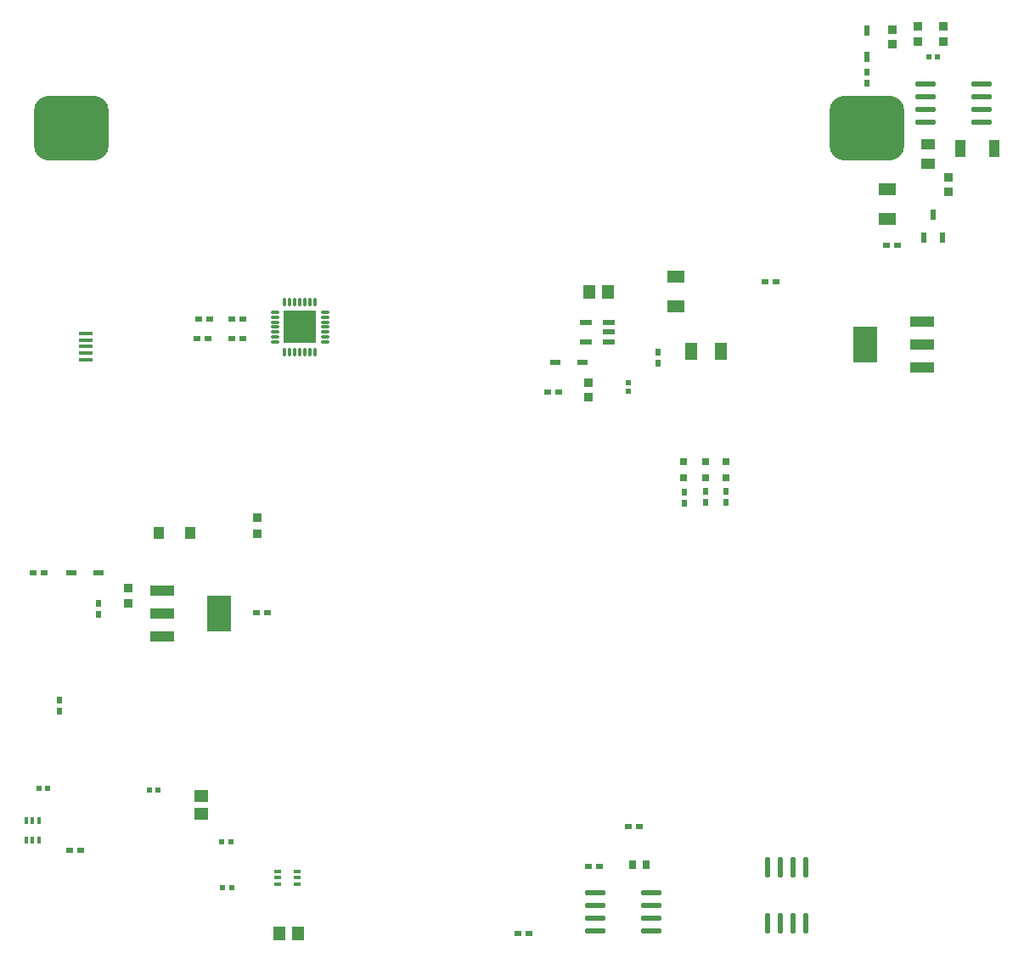
<source format=gtp>
%TF.GenerationSoftware,KiCad,Pcbnew,(7.0.0)*%
%TF.CreationDate,2023-03-21T11:07:30+02:00*%
%TF.ProjectId,SCHEMATICS,53434845-4d41-4544-9943-532e6b696361,rev?*%
%TF.SameCoordinates,Original*%
%TF.FileFunction,Paste,Top*%
%TF.FilePolarity,Positive*%
%FSLAX46Y46*%
G04 Gerber Fmt 4.6, Leading zero omitted, Abs format (unit mm)*
G04 Created by KiCad (PCBNEW (7.0.0)) date 2023-03-21 11:07:30*
%MOMM*%
%LPD*%
G01*
G04 APERTURE LIST*
G04 Aperture macros list*
%AMRoundRect*
0 Rectangle with rounded corners*
0 $1 Rounding radius*
0 $2 $3 $4 $5 $6 $7 $8 $9 X,Y pos of 4 corners*
0 Add a 4 corners polygon primitive as box body*
4,1,4,$2,$3,$4,$5,$6,$7,$8,$9,$2,$3,0*
0 Add four circle primitives for the rounded corners*
1,1,$1+$1,$2,$3*
1,1,$1+$1,$4,$5*
1,1,$1+$1,$6,$7*
1,1,$1+$1,$8,$9*
0 Add four rect primitives between the rounded corners*
20,1,$1+$1,$2,$3,$4,$5,0*
20,1,$1+$1,$4,$5,$6,$7,0*
20,1,$1+$1,$6,$7,$8,$9,0*
20,1,$1+$1,$8,$9,$2,$3,0*%
G04 Aperture macros list end*
%ADD10R,0.700000X0.600000*%
%ADD11R,1.450000X1.150000*%
%ADD12R,1.207518X1.701016*%
%ADD13R,0.600000X0.700000*%
%ADD14R,1.400000X0.400000*%
%ADD15R,0.565659X0.540005*%
%ADD16R,0.350013X0.780010*%
%ADD17R,1.100000X1.700000*%
%ADD18R,0.864008X0.806477*%
%ADD19R,0.540005X0.565659*%
%ADD20R,1.000000X0.600000*%
%ADD21R,0.970000X0.920000*%
%ADD22R,1.156998X0.489992*%
%ADD23R,1.175006X0.489992*%
%ADD24R,1.000000X1.200000*%
%ADD25R,0.532004X1.070003*%
%ADD26R,2.470003X0.980010*%
%ADD27R,2.470003X3.600000*%
%ADD28R,0.800000X0.800000*%
%ADD29R,0.800000X0.900000*%
%ADD30R,1.377013X1.132537*%
%ADD31R,1.701016X1.207518*%
%ADD32O,0.588011X2.045009*%
%ADD33O,2.045009X0.588011*%
%ADD34R,1.150000X1.450000*%
%ADD35R,0.600000X1.000000*%
%ADD36RoundRect,1.625000X-2.125000X-1.625000X2.125000X-1.625000X2.125000X1.625000X-2.125000X1.625000X0*%
%ADD37O,0.900000X0.280010*%
%ADD38O,0.280010X0.900000*%
%ADD39R,3.200000X3.200000*%
%ADD40R,0.780010X0.350013*%
G04 APERTURE END LIST*
D10*
%TO.C,R33*%
X147978915Y-133068503D03*
X149078915Y-133068503D03*
%TD*%
D11*
%TO.C,C4*%
X109409999Y-127829999D03*
X109409999Y-126029999D03*
%TD*%
D10*
%TO.C,R28*%
X112477999Y-78422253D03*
X113577999Y-78422253D03*
%TD*%
D12*
%TO.C,R22*%
X158247708Y-81703499D03*
X161205290Y-81703499D03*
%TD*%
D10*
%TO.C,R24*%
X165626499Y-74703499D03*
X166726499Y-74703499D03*
%TD*%
D13*
%TO.C,R17*%
X95249999Y-117569999D03*
X95249999Y-116469999D03*
%TD*%
D14*
%TO.C,MicroXNJ1*%
X97871729Y-79874967D03*
X97871729Y-80524955D03*
X97871729Y-81174942D03*
X97871729Y-81824929D03*
X97871729Y-82474917D03*
%TD*%
D15*
%TO.C,R40*%
X182804816Y-52323999D03*
X181939182Y-52323999D03*
%TD*%
D16*
%TO.C,U3*%
X93249999Y-128490015D03*
X92600012Y-128490015D03*
X91950025Y-128490015D03*
X91950025Y-130469999D03*
X92600012Y-130469999D03*
X93249999Y-130469999D03*
%TD*%
D10*
%TO.C,R14*%
X177715999Y-71119999D03*
X178815999Y-71119999D03*
%TD*%
%TO.C,R25*%
X109027999Y-80422253D03*
X110127999Y-80422253D03*
%TD*%
%TO.C,R5*%
X92649999Y-103799974D03*
X93749999Y-103799974D03*
%TD*%
D13*
%TO.C,R15*%
X175767999Y-54947999D03*
X175767999Y-53847999D03*
%TD*%
D17*
%TO.C,D3*%
X188467999Y-61467999D03*
X185067949Y-61467999D03*
%TD*%
D18*
%TO.C,R9*%
X178307999Y-49538633D03*
X178307999Y-51045365D03*
%TD*%
D10*
%TO.C,R27*%
X109129999Y-78422253D03*
X110229999Y-78422253D03*
%TD*%
D19*
%TO.C,R3*%
X152033839Y-85619171D03*
X152033839Y-84753537D03*
%TD*%
D15*
%TO.C,R21*%
X111481190Y-130632007D03*
X112346824Y-130632007D03*
%TD*%
D13*
%TO.C,R31*%
X157586499Y-95703499D03*
X157586499Y-96803499D03*
%TD*%
D20*
%TO.C,D4*%
X96469799Y-103799974D03*
X99169799Y-103799974D03*
%TD*%
D21*
%TO.C,C3*%
X114969710Y-98299974D03*
X114969710Y-99849974D03*
%TD*%
D10*
%TO.C,R7*%
X114949999Y-107749999D03*
X116049999Y-107749999D03*
%TD*%
D18*
%TO.C,R2*%
X148033839Y-84753537D03*
X148033839Y-86260269D03*
%TD*%
D22*
%TO.C,TP4054-42-SOT25R1*%
X150033839Y-80703499D03*
X150033839Y-79753537D03*
X150033839Y-78803575D03*
D23*
X147726499Y-78803575D03*
X147726499Y-80703499D03*
%TD*%
D10*
%TO.C,R26*%
X112477999Y-80422253D03*
X113577999Y-80422253D03*
%TD*%
D15*
%TO.C,R20*%
X111556373Y-135204007D03*
X112422007Y-135204007D03*
%TD*%
D24*
%TO.C,D2*%
X105169799Y-99799974D03*
X108269621Y-99799974D03*
%TD*%
D10*
%TO.C,R32*%
X153078915Y-129068503D03*
X151978915Y-129068503D03*
%TD*%
D25*
%TO.C,Q1*%
X181422037Y-70342002D03*
X183321960Y-70342002D03*
X182371999Y-68071999D03*
%TD*%
D10*
%TO.C,R1*%
X145033839Y-85753537D03*
X143933839Y-85753537D03*
%TD*%
%TO.C,R34*%
X140988915Y-139768503D03*
X142088915Y-139768503D03*
%TD*%
D26*
%TO.C,REF2*%
X181264700Y-83282188D03*
X181264700Y-80982213D03*
X181264700Y-78682238D03*
D27*
X175594900Y-80982213D03*
%TD*%
D13*
%TO.C,R4*%
X154999999Y-81753537D03*
X154999999Y-82853537D03*
%TD*%
D28*
%TO.C,D6*%
X161726499Y-92703499D03*
X161733357Y-94302433D03*
%TD*%
D29*
%TO.C,C6*%
X152378890Y-132848528D03*
X153778940Y-132848528D03*
%TD*%
D10*
%TO.C,R16*%
X97349999Y-131469999D03*
X96249999Y-131469999D03*
%TD*%
D15*
%TO.C,R18*%
X105115633Y-125469999D03*
X104249999Y-125469999D03*
%TD*%
D30*
%TO.C,R13*%
X181863999Y-60975999D03*
X181863999Y-62975999D03*
%TD*%
D31*
%TO.C,R12*%
X177799999Y-68489581D03*
X177799999Y-65531999D03*
%TD*%
D32*
%TO.C,U7*%
X169726499Y-133158667D03*
X168456496Y-133158667D03*
X167186494Y-133158667D03*
X165916491Y-133158667D03*
X165916491Y-138703499D03*
X167186494Y-138703499D03*
X168456496Y-138703499D03*
X169726499Y-138703499D03*
%TD*%
D13*
%TO.C,R29*%
X161726499Y-95603499D03*
X161726499Y-96703499D03*
%TD*%
D26*
%TO.C,REF1*%
X105499999Y-105499999D03*
X105499999Y-107799974D03*
X105499999Y-110099949D03*
D27*
X111169799Y-107799974D03*
%TD*%
D31*
%TO.C,R23*%
X156726499Y-74224708D03*
X156726499Y-77182290D03*
%TD*%
D18*
%TO.C,R8*%
X183387999Y-49275999D03*
X183387999Y-50782731D03*
%TD*%
D20*
%TO.C,D1*%
X144683839Y-82753537D03*
X147383839Y-82753537D03*
%TD*%
D33*
%TO.C,U1*%
X187176415Y-58801003D03*
X187176415Y-57531000D03*
X187176415Y-56260998D03*
X187176415Y-54990995D03*
X181631583Y-54990995D03*
X181631583Y-56260998D03*
X181631583Y-57531000D03*
X181631583Y-58801003D03*
%TD*%
D21*
%TO.C,C2*%
X102169799Y-105249974D03*
X102169799Y-106799974D03*
%TD*%
D13*
%TO.C,R30*%
X159726499Y-95603499D03*
X159726499Y-96703499D03*
%TD*%
D18*
%TO.C,R11*%
X183895999Y-64270633D03*
X183895999Y-65777365D03*
%TD*%
D34*
%TO.C,C1*%
X148133839Y-75753537D03*
X149933839Y-75753537D03*
%TD*%
D15*
%TO.C,R19*%
X94115633Y-125289999D03*
X93249999Y-125289999D03*
%TD*%
D35*
%TO.C,D5*%
X175767999Y-52323999D03*
X175767999Y-49623999D03*
%TD*%
D13*
%TO.C,R6*%
X99169799Y-106799974D03*
X99169799Y-107899974D03*
%TD*%
D34*
%TO.C,C5*%
X117226007Y-139776007D03*
X119026007Y-139776007D03*
%TD*%
D36*
%TO.C,U9*%
X175794000Y-59419000D03*
X96494000Y-59419000D03*
%TD*%
D28*
%TO.C,D8*%
X157515641Y-92703499D03*
X157522499Y-94302433D03*
%TD*%
D37*
%TO.C,IC1*%
X116749999Y-77748729D03*
X116749999Y-78249110D03*
X116749999Y-78749491D03*
X116749999Y-79249872D03*
X116749999Y-79750253D03*
X116749999Y-80250634D03*
X116749999Y-80751015D03*
D38*
X117748729Y-81749999D03*
X118249110Y-81749999D03*
X118749491Y-81749999D03*
X119249872Y-81749999D03*
X119750253Y-81749999D03*
X120250634Y-81749999D03*
X120751015Y-81749999D03*
D37*
X121749999Y-80751015D03*
X121749999Y-80250634D03*
X121749999Y-79750253D03*
X121749999Y-79249872D03*
X121749999Y-78749491D03*
X121749999Y-78249110D03*
X121749999Y-77748729D03*
D38*
X120751015Y-76749999D03*
X120250634Y-76749999D03*
X119750253Y-76749999D03*
X119249872Y-76749999D03*
X118749491Y-76749999D03*
X118249110Y-76749999D03*
X117748729Y-76749999D03*
D39*
X119249872Y-79249872D03*
%TD*%
D18*
%TO.C,R10*%
X180847999Y-50782731D03*
X180847999Y-49275999D03*
%TD*%
D28*
%TO.C,D7*%
X159726499Y-92703499D03*
X159733357Y-94302433D03*
%TD*%
D40*
%TO.C,U5*%
X118999999Y-134837994D03*
X118999999Y-134188007D03*
X118999999Y-133538020D03*
X117020015Y-133538020D03*
X117020015Y-134188007D03*
X117020015Y-134837994D03*
%TD*%
D33*
%TO.C,U6*%
X154271331Y-139513507D03*
X154271331Y-138243504D03*
X154271331Y-136973502D03*
X154271331Y-135703499D03*
X148726499Y-135703499D03*
X148726499Y-136973502D03*
X148726499Y-138243504D03*
X148726499Y-139513507D03*
%TD*%
M02*

</source>
